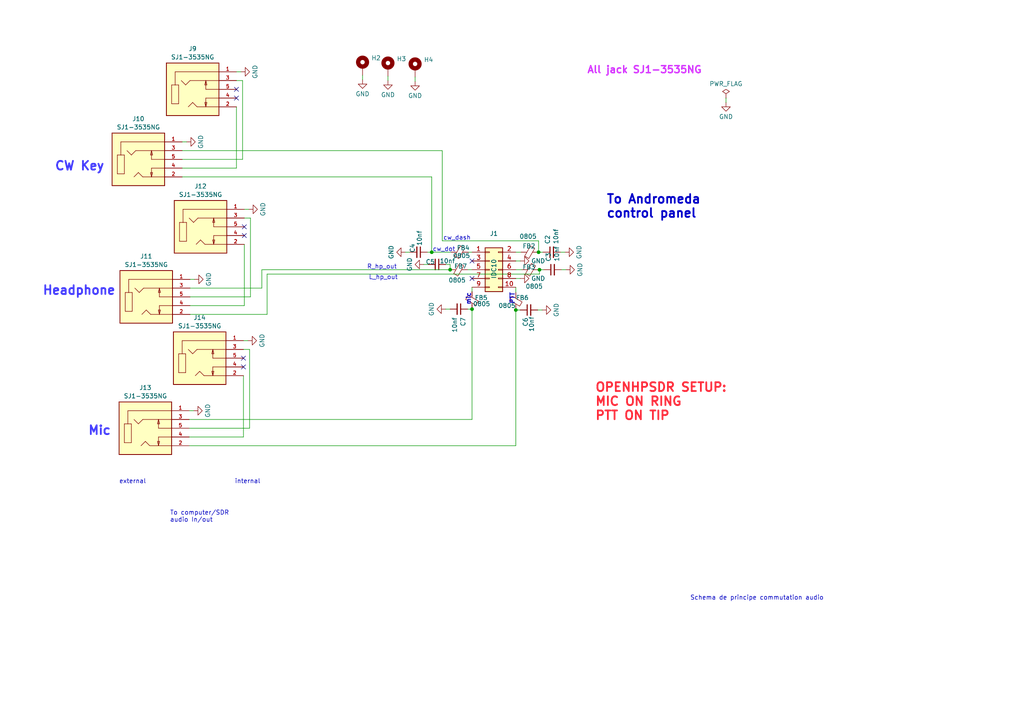
<source format=kicad_sch>
(kicad_sch (version 20230121) (generator eeschema)
  (paper "A4")
  (lib_symbols
    (symbol "Connector_Generic:Conn_02x05_Odd_Even" (pin_names (offset 1.016) hide)
      (property "Reference" "J" (at 1.27 7.62 0))
      (property "Value" "Conn_02x05_Odd_Even" (at 1.27 -7.62 0))
      (symbol "Conn_02x05_Odd_Even_1_1"
        (rectangle (start -1.27 -4.953) (end 0 -5.207) (stroke (width 0.1524)))
        (rectangle (start -1.27 -2.413) (end 0 -2.667) (stroke (width 0.1524)))
        (rectangle (start -1.27 0.127) (end 0 -0.127) (stroke (width 0.1524)))
        (rectangle (start -1.27 2.667) (end 0 2.413) (stroke (width 0.1524)))
        (rectangle (start -1.27 5.207) (end 0 4.953) (stroke (width 0.1524)))
        (rectangle (start -1.27 6.35) (end 3.81 -6.35) (stroke (width 0.254)) (fill (type background)))
        (rectangle (start 3.81 -4.953) (end 2.54 -5.207) (stroke (width 0.1524)))
        (rectangle (start 3.81 -2.413) (end 2.54 -2.667) (stroke (width 0.1524)))
        (rectangle (start 3.81 0.127) (end 2.54 -0.127) (stroke (width 0.1524)))
        (rectangle (start 3.81 2.667) (end 2.54 2.413) (stroke (width 0.1524)))
        (rectangle (start 3.81 5.207) (end 2.54 4.953) (stroke (width 0.1524)))
        (pin passive line (at -5.08 5.08 0) (length 3.81) (name "Pin_1") (number "1"))
        (pin passive line (at 7.62 -5.08 180) (length 3.81) (name "Pin_10") (number "10"))
        (pin passive line (at 7.62 5.08 180) (length 3.81) (name "Pin_2") (number "2"))
        (pin passive line (at -5.08 2.54 0) (length 3.81) (name "Pin_3") (number "3"))
        (pin passive line (at 7.62 2.54 180) (length 3.81) (name "Pin_4") (number "4"))
        (pin passive line (at -5.08 0 0) (length 3.81) (name "Pin_5") (number "5"))
        (pin passive line (at 7.62 0 180) (length 3.81) (name "Pin_6") (number "6"))
        (pin passive line (at -5.08 -2.54 0) (length 3.81) (name "Pin_7") (number "7"))
        (pin passive line (at 7.62 -2.54 180) (length 3.81) (name "Pin_8") (number "8"))
        (pin passive line (at -5.08 -5.08 0) (length 3.81) (name "Pin_9") (number "9"))
      )
    )
    (symbol "Device:C_Small" (pin_numbers hide) (pin_names (offset 0.254) hide)
      (property "Reference" "C" (at 0.254 1.778 0))
      (property "Value" "C_Small" (at 0.254 -2.032 0))
      (symbol "C_Small_0_1"
        (polyline (pts (xy -1.524 -0.508) (xy 1.524 -0.508)) (stroke (width 0.3302)))
        (polyline (pts (xy -1.524 0.508) (xy 1.524 0.508)) (stroke (width 0.3048)))
      )
      (symbol "C_Small_1_1"
        (pin passive line (at 0 2.54 270) (length 2.032) (name "~") (number "1"))
        (pin passive line (at 0 -2.54 90) (length 2.032) (name "~") (number "2"))
      )
    )
    (symbol "Device:FerriteBead_Small" (pin_numbers hide) (pin_names (offset 0))
      (property "Reference" "FB" (at 1.905 1.27 0))
      (property "Value" "FerriteBead_Small" (at 1.905 -1.27 0))
      (symbol "FerriteBead_Small_0_1"
        (polyline (pts (xy 0 -1.27) (xy 0 -0.7874)))
        (polyline (pts (xy 0 0.889) (xy 0 1.2954)))
        (polyline (pts (xy -1.8288 0.2794) (xy -1.1176 1.4986) (xy 1.8288 -0.2032) (xy 1.1176 -1.4224) (xy -1.8288 0.2794)))
      )
      (symbol "FerriteBead_Small_1_1"
        (pin passive line (at 0 2.54 270) (length 1.27) (name "~") (number "1"))
        (pin passive line (at 0 -2.54 90) (length 1.27) (name "~") (number "2"))
      )
    )
    (symbol "Mechanical:MountingHole_Pad" (pin_numbers hide) (pin_names (offset 1.016) hide)
      (property "Reference" "H" (at 0 6.35 0))
      (property "Value" "MountingHole_Pad" (at 0 4.445 0))
      (symbol "MountingHole_Pad_0_1"
        (circle (center 0 1.27) (radius 1.27) (stroke (width 1.27)))
      )
      (symbol "MountingHole_Pad_1_1"
        (pin input line (at 0 -2.54 90) (length 2.54) (name "1") (number "1"))
      )
    )
    (symbol "SJ1-3535NG:SJ1-3535NG" (pin_names (offset 1.016) hide)
      (property "Reference" "J" (at -7.62 8.128 0))
      (property "Value" "SJ1-3535NG" (at -7.62 -10.414 0))
      (symbol "SJ1-3535NG_0_0"
        (rectangle (start -7.62 -7.62) (end 7.62 7.62) (stroke (width 0.254)) (fill (type background)))
        (polyline (pts (xy -6.096 -4.191) (xy -6.096 1.27)) (stroke (width 0.1524)))
        (polyline (pts (xy -6.096 1.27) (xy -5.08 1.27)) (stroke (width 0.1524)))
        (polyline (pts (xy -5.08 1.27) (xy -4.064 1.27)) (stroke (width 0.1524)))
        (polyline (pts (xy -5.08 5.08) (xy -5.08 1.27)) (stroke (width 0.1524)))
        (polyline (pts (xy -4.064 -4.191) (xy -6.096 -4.191)) (stroke (width 0.1524)))
        (polyline (pts (xy -4.064 1.27) (xy -4.064 -4.191)) (stroke (width 0.1524)))
        (polyline (pts (xy -2.032 1.27) (xy -3.302 2.54)) (stroke (width 0.1524)))
        (polyline (pts (xy -0.762 2.54) (xy -2.032 1.27)) (stroke (width 0.1524)))
        (polyline (pts (xy 0 -3.81) (xy -1.27 -5.08)) (stroke (width 0.1524)))
        (polyline (pts (xy 1.27 -5.08) (xy 0 -3.81)) (stroke (width 0.1524)))
        (polyline (pts (xy 3.81 -5.08) (xy 1.27 -5.08)) (stroke (width 0.1524)))
        (polyline (pts (xy 3.81 -5.08) (xy 3.81 -2.54)) (stroke (width 0.1524)))
        (polyline (pts (xy 3.81 0) (xy 3.81 2.54)) (stroke (width 0.1524)))
        (polyline (pts (xy 3.81 2.54) (xy -0.762 2.54)) (stroke (width 0.1524)))
        (polyline (pts (xy 7.62 -5.08) (xy 3.81 -5.08)) (stroke (width 0.1524)))
        (polyline (pts (xy 7.62 -2.54) (xy 3.81 -2.54)) (stroke (width 0.1524)))
        (polyline (pts (xy 7.62 0) (xy 3.81 0)) (stroke (width 0.1524)))
        (polyline (pts (xy 7.62 2.54) (xy 3.81 2.54)) (stroke (width 0.1524)))
        (polyline (pts (xy 7.62 5.08) (xy -5.08 5.08)) (stroke (width 0.1524)))
        (polyline (pts (xy 3.81 -5.08) (xy 3.5052 -3.81) (xy 4.1402 -3.81) (xy 3.81 -5.08)) (stroke (width 0.1524)) (fill (type background)))
        (polyline (pts (xy 3.81 2.54) (xy 4.1402 1.27) (xy 3.5052 1.27) (xy 3.81 2.54)) (stroke (width 0.1524)) (fill (type background)))
        (pin passive line (at 12.7 5.08 180) (length 5.08) (name "~") (number "1"))
        (pin passive line (at 12.7 -5.08 180) (length 5.08) (name "~") (number "2"))
        (pin passive line (at 12.7 2.54 180) (length 5.08) (name "~") (number "3"))
        (pin passive line (at 12.7 -2.54 180) (length 5.08) (name "~") (number "4"))
        (pin passive line (at 12.7 0 180) (length 5.08) (name "~") (number "5"))
      )
    )
    (symbol "power:GND" (power) (pin_names (offset 0))
      (property "Value" "GND" (at 0 -3.81 0))
      (symbol "GND_0_1"
        (polyline (pts (xy 0 0) (xy 0 -1.27) (xy 1.27 -1.27) (xy 0 -2.54) (xy -1.27 -1.27) (xy 0 -1.27)))
      )
      (symbol "GND_1_1"
        (pin power_in line (at 0 0 270) (length 0) hide (name "GND") (number "1"))
      )
    )
    (symbol "power:PWR_FLAG" (power) (pin_numbers hide) (pin_names (offset 0) hide)
      (property "Value" "PWR_FLAG" (at 0 3.81 0))
      (symbol "PWR_FLAG_0_0"
        (pin power_out line (at 0 0 90) (length 0) (name "pwr") (number "1"))
      )
      (symbol "PWR_FLAG_0_1"
        (polyline (pts (xy 0 0) (xy 0 1.27) (xy -1.016 1.905) (xy 0 2.54) (xy 1.016 1.905) (xy 0 1.27)))
      )
    )
  )
  (junction (at 156.464 78.232))
  (junction (at 125.222 73.152))
  (junction (at 156.21 73.152))
  (junction (at 149.606 89.916))
  (junction (at 136.906 89.662))
  (junction (at 130.556 78.232))
  (no_connect (at 136.906 80.772))
  (no_connect (at 68.58 25.908))
  (no_connect (at 70.612 103.886))
  (no_connect (at 70.866 65.786))
  (no_connect (at 70.866 68.326))
  (no_connect (at 70.612 106.426))
  (no_connect (at 68.58 28.448))
  (no_connect (at 136.906 75.692))
  (wire (pts (xy 75.946 78.232) (xy 130.556 78.232)))
  (wire (pts (xy 54.864 121.666) (xy 136.906 121.666)))
  (wire (pts (xy 68.58 20.828) (xy 69.85 20.828)))
  (wire (pts (xy 72.39 101.346) (xy 70.612 101.346)))
  (wire (pts (xy 136.906 89.662) (xy 136.906 121.666)))
  (wire (pts (xy 162.814 78.232) (xy 164.084 78.232)))
  (wire (pts (xy 149.606 73.152) (xy 151.13 73.152)))
  (wire (pts (xy 54.864 124.206) (xy 72.39 124.206)))
  (wire (pts (xy 128.27 69.85) (xy 156.21 69.85)))
  (wire (pts (xy 124.206 76.708) (xy 122.936 76.708)))
  (wire (pts (xy 55.118 88.646) (xy 70.866 88.646)))
  (wire (pts (xy 156.21 73.152) (xy 157.48 73.152)))
  (wire (pts (xy 136.906 89.662) (xy 135.636 89.662)))
  (wire (pts (xy 55.118 83.566) (xy 75.946 83.566)))
  (wire (pts (xy 156.21 69.85) (xy 156.21 73.152)))
  (wire (pts (xy 52.832 51.308) (xy 125.222 51.308)))
  (wire (pts (xy 130.556 76.708) (xy 129.286 76.708)))
  (wire (pts (xy 156.464 78.232) (xy 157.734 78.232)))
  (wire (pts (xy 125.222 73.152) (xy 130.81 73.152)))
  (wire (pts (xy 70.358 46.228) (xy 70.358 23.368)))
  (wire (pts (xy 156.464 79.502) (xy 156.464 78.232)))
  (wire (pts (xy 52.832 46.228) (xy 70.358 46.228)))
  (wire (pts (xy 135.89 73.152) (xy 136.906 73.152)))
  (wire (pts (xy 70.612 126.746) (xy 70.612 108.966)))
  (wire (pts (xy 130.556 76.708) (xy 130.556 78.232)))
  (wire (pts (xy 149.606 89.916) (xy 149.606 129.286)))
  (wire (pts (xy 68.58 48.768) (xy 68.58 30.988)))
  (wire (pts (xy 105.156 21.844) (xy 105.156 23.114)))
  (wire (pts (xy 77.47 79.502) (xy 156.464 79.502)))
  (wire (pts (xy 52.832 41.148) (xy 54.102 41.148)))
  (wire (pts (xy 55.118 91.186) (xy 77.47 91.186)))
  (wire (pts (xy 75.946 83.566) (xy 75.946 78.232)))
  (wire (pts (xy 52.832 43.688) (xy 128.27 43.688)))
  (wire (pts (xy 210.566 28.448) (xy 210.566 29.718)))
  (wire (pts (xy 55.118 81.026) (xy 56.388 81.026)))
  (wire (pts (xy 72.644 86.106) (xy 72.644 63.246)))
  (wire (pts (xy 128.27 43.688) (xy 128.27 69.85)))
  (wire (pts (xy 125.222 51.308) (xy 125.222 73.152)))
  (wire (pts (xy 120.396 22.352) (xy 120.396 23.622)))
  (wire (pts (xy 149.606 78.232) (xy 151.384 78.232)))
  (wire (pts (xy 72.39 124.206) (xy 72.39 101.346)))
  (wire (pts (xy 130.556 89.662) (xy 129.286 89.662)))
  (wire (pts (xy 72.644 63.246) (xy 70.866 63.246)))
  (wire (pts (xy 112.522 22.098) (xy 112.522 23.368)))
  (wire (pts (xy 149.606 80.772) (xy 150.876 80.772)))
  (wire (pts (xy 149.606 89.916) (xy 150.876 89.916)))
  (wire (pts (xy 135.636 78.232) (xy 136.906 78.232)))
  (wire (pts (xy 149.606 83.312) (xy 149.606 84.836)))
  (wire (pts (xy 77.47 91.186) (xy 77.47 79.502)))
  (wire (pts (xy 70.612 98.806) (xy 71.882 98.806)))
  (wire (pts (xy 70.358 23.368) (xy 68.58 23.368)))
  (wire (pts (xy 149.606 75.692) (xy 150.876 75.692)))
  (wire (pts (xy 54.864 126.746) (xy 70.612 126.746)))
  (wire (pts (xy 54.864 119.126) (xy 56.134 119.126)))
  (wire (pts (xy 55.118 86.106) (xy 72.644 86.106)))
  (wire (pts (xy 54.864 129.286) (xy 149.606 129.286)))
  (wire (pts (xy 162.56 73.152) (xy 163.83 73.152)))
  (wire (pts (xy 155.956 89.916) (xy 157.226 89.916)))
  (wire (pts (xy 118.872 73.152) (xy 117.602 73.152)))
  (wire (pts (xy 70.866 60.706) (xy 72.136 60.706)))
  (wire (pts (xy 136.906 83.312) (xy 136.906 84.582)))
  (wire (pts (xy 125.222 73.152) (xy 123.952 73.152)))
  (wire (pts (xy 52.832 48.768) (xy 68.58 48.768)))
  (wire (pts (xy 70.866 88.646) (xy 70.866 70.866)))
  (text "Schema de principe commutation audio" (at 200.152 174.244 0) (effects (font (size 1.27 1.27)) (justify left bottom)))
  (text "internal\n" (at 68.072 140.462 0) (effects (font (size 1.27 1.27)) (justify left bottom)))
  (text "external\n" (at 34.544 140.462 0) (effects (font (size 1.27 1.27)) (justify left bottom)))
  (text "R_hp_out" (at 106.426 78.232 0) (effects (font (size 1.27 1.27)) (justify left bottom)))
  (text "Headphone\n" (at 12.192 85.852 0) (effects (font (size 2.54 2.54) (thickness 0.508) bold) (justify left bottom)))
  (text "cw_dot\n" (at 125.476 73.152 0) (effects (font (size 1.27 1.27)) (justify left bottom)))
  (text "All jack SJ1-3535NG" (at 170.18 21.59 0) (effects (font (size 2.032 2.032) (thickness 0.4064) bold) (justify left bottom)))
  (text "L_hp_out" (at 106.934 81.28 0) (effects (font (size 1.27 1.27)) (justify left bottom)))
  (text "OPENHPSDR SETUP:\nMIC ON RING\nPTT ON TIP" (at 172.466 122.174 0) (effects (font (size 2.54 2.54) (thickness 0.508) bold) (justify left bottom)))
  (text "mic\n" (at 136.652 88.646 90) (effects (font (size 1.27 1.27) bold) (justify left bottom)))
  (text "PTT" (at 149.352 88.392 90) (effects (font (size 1.27 1.27) bold) (justify left bottom)))
  (text "To Andromeda \ncontrol panel\n" (at 175.768 63.5 0) (effects (font (size 2.54 2.54) (thickness 0.508) bold) (justify left bottom)))
  (text "To computer/SDR \naudio In/out" (at 49.276 151.638 0) (effects (font (size 1.27 1.27)) (justify left bottom)))
  (text "Mic\n" (at 25.4 126.492 0) (effects (font (size 2.54 2.54) (thickness 0.508) bold) (justify left bottom)))
  (text "CW Key" (at 15.748 49.784 0) (effects (font (size 2.54 2.54) (thickness 0.508) bold) (justify left bottom)))
  (text "cw_dash\n" (at 128.524 69.85 0) (effects (font (size 1.27 1.27)) (justify left bottom)))
  (symbol (lib_id "Device:FerriteBead_Small") (at 133.096 78.232 90) (unit 1)
    (property "Reference" "FB7" (at 133.604 77.216 90))
    (property "Value" "0805" (at 132.588 81.28 90))
    (property "Footprint" "Inductor_SMD:L_0805_2012Metric_Pad1.05x1.20mm_HandSolder" (effects hide))
  )
  (symbol (lib_id "SJ1-3535NG:SJ1-3535NG") (at 42.164 124.206 0) (unit 1)
    (property "Reference" "J13" (at 42.164 112.4417 0))
    (property "Value" "SJ1-3535NG" (at 42.164 114.8659 0))
    (property "Footprint" "SJ1-3535NG:SJ1-3535NG" (effects hide))
    (property "PARTREV" "1.02" (effects hide))
    (property "STANDARD" "Manufacturer recommendation" (effects hide))
    (property "MANUFACTURER" "CUI" (effects hide))
  )
  (symbol (lib_id "power:GND") (at 157.226 89.916 90) (unit 1)
    (property "Reference" "#PWR015" (effects hide))
    (property "Value" "GND" (at 161.3591 89.916 0))
  )
  (symbol (lib_id "Device:FerriteBead_Small") (at 149.606 87.376 0) (unit 1)
    (property "Reference" "FB6" (at 149.606 86.36 0) (effects (justify left)))
    (property "Value" "0805" (at 144.526 88.646 0) (effects (justify left)))
    (property "Footprint" "Inductor_SMD:L_0805_2012Metric_Pad1.05x1.20mm_HandSolder" (effects hide))
  )
  (symbol (lib_id "power:GND") (at 129.286 89.662 270) (unit 1)
    (property "Reference" "#PWR016" (effects hide))
    (property "Value" "GND" (at 125.1529 89.662 0))
  )
  (symbol (lib_id "power:GND") (at 56.134 119.126 90) (unit 1)
    (property "Reference" "#PWR04" (effects hide))
    (property "Value" "GND" (at 60.2671 119.126 0))
  )
  (symbol (lib_id "SJ1-3535NG:SJ1-3535NG") (at 58.166 65.786 0) (unit 1)
    (property "Reference" "J12" (at 58.166 54.0217 0))
    (property "Value" "SJ1-3535NG" (at 58.166 56.4459 0))
    (property "Footprint" "SJ1-3535NG:SJ1-3535NG" (effects hide))
    (property "PARTREV" "1.02" (effects hide))
    (property "STANDARD" "Manufacturer recommendation" (effects hide))
    (property "MANUFACTURER" "CUI" (effects hide))
  )
  (symbol (lib_id "Device:C_Small") (at 126.746 76.708 270) (unit 1)
    (property "Reference" "C5" (at 123.444 75.946 90) (effects (justify left)))
    (property "Value" "10nf" (at 127.508 75.692 90) (effects (justify left)))
    (property "Footprint" "Capacitor_SMD:C_0805_2012Metric_Pad1.18x1.45mm_HandSolder" (effects hide))
  )
  (symbol (lib_id "power:GND") (at 112.522 23.368 0) (unit 1)
    (property "Reference" "#PWR018" (effects hide))
    (property "Value" "GND" (at 112.522 27.5011 0))
  )
  (symbol (lib_id "power:GND") (at 210.566 29.718 0) (unit 1)
    (property "Reference" "#PWR01" (effects hide))
    (property "Value" "GND" (at 210.566 33.8511 0))
  )
  (symbol (lib_id "Device:FerriteBead_Small") (at 153.924 78.232 90) (unit 1)
    (property "Reference" "FB3" (at 153.416 77.47 90))
    (property "Value" "0805" (at 154.94 83.058 90))
    (property "Footprint" "Inductor_SMD:L_0805_2012Metric_Pad1.05x1.20mm_HandSolder" (effects hide))
  )
  (symbol (lib_id "SJ1-3535NG:SJ1-3535NG") (at 42.418 86.106 0) (unit 1)
    (property "Reference" "J11" (at 42.418 74.3417 0))
    (property "Value" "SJ1-3535NG" (at 42.418 76.7659 0))
    (property "Footprint" "SJ1-3535NG:SJ1-3535NG" (effects hide))
    (property "PARTREV" "1.02" (effects hide))
    (property "STANDARD" "Manufacturer recommendation" (effects hide))
    (property "MANUFACTURER" "CUI" (effects hide))
  )
  (symbol (lib_id "SJ1-3535NG:SJ1-3535NG") (at 57.912 103.886 0) (unit 1)
    (property "Reference" "J14" (at 57.912 92.1217 0))
    (property "Value" "SJ1-3535NG" (at 57.912 94.5459 0))
    (property "Footprint" "SJ1-3535NG:SJ1-3535NG" (effects hide))
    (property "PARTREV" "1.02" (effects hide))
    (property "STANDARD" "Manufacturer recommendation" (effects hide))
    (property "MANUFACTURER" "CUI" (effects hide))
  )
  (symbol (lib_id "Device:C_Small") (at 160.274 78.232 90) (unit 1)
    (property "Reference" "C3" (at 159.0682 75.9079 0) (effects (justify left)))
    (property "Value" "10nf" (at 161.4924 75.9079 0) (effects (justify left)))
    (property "Footprint" "Capacitor_SMD:C_0805_2012Metric_Pad1.18x1.45mm_HandSolder" (effects hide))
  )
  (symbol (lib_id "power:GND") (at 105.156 23.114 0) (unit 1)
    (property "Reference" "#PWR017" (effects hide))
    (property "Value" "GND" (at 105.156 27.2471 0))
  )
  (symbol (lib_id "Device:FerriteBead_Small") (at 136.906 87.122 0) (unit 1)
    (property "Reference" "FB5" (at 137.668 86.36 0) (effects (justify left)))
    (property "Value" "0805" (at 137.16 88.138 0) (effects (justify left)))
    (property "Footprint" "Inductor_SMD:L_0805_2012Metric_Pad1.05x1.20mm_HandSolder" (effects hide))
  )
  (symbol (lib_id "Mechanical:MountingHole_Pad") (at 105.156 19.304 0) (unit 1)
    (property "Reference" "H2" (at 107.696 16.8219 0) (effects (justify left)))
    (property "Value" "MountingHole_Pad" (effects hide))
    (property "Footprint" "MountingHole:MountingHole_3.5mm_Pad_Via" (effects hide))
  )
  (symbol (lib_id "Device:FerriteBead_Small") (at 153.67 73.152 90) (unit 1)
    (property "Reference" "FB2" (at 153.416 71.374 90))
    (property "Value" "0805" (at 153.162 68.58 90))
    (property "Footprint" "Inductor_SMD:L_0805_2012Metric_Pad1.05x1.20mm_HandSolder" (effects hide))
  )
  (symbol (lib_id "power:GND") (at 69.85 20.828 90) (unit 1)
    (property "Reference" "#PWR09" (effects hide))
    (property "Value" "GND" (at 73.9831 20.828 0))
  )
  (symbol (lib_id "Device:FerriteBead_Small") (at 133.35 73.152 90) (unit 1)
    (property "Reference" "FB4" (at 134.366 71.882 90))
    (property "Value" "0805" (at 133.858 74.168 90))
    (property "Footprint" "Inductor_SMD:L_0805_2012Metric_Pad1.05x1.20mm_HandSolder" (effects hide))
  )
  (symbol (lib_id "power:GND") (at 163.83 73.152 90) (unit 1)
    (property "Reference" "#PWR011" (effects hide))
    (property "Value" "GND" (at 167.9631 73.152 0))
  )
  (symbol (lib_id "Connector_Generic:Conn_02x05_Odd_Even") (at 141.986 78.232 0) (unit 1)
    (property "Reference" "J1" (at 143.256 67.7377 0))
    (property "Value" "IDC10" (at 143.256 77.978 90))
    (property "Footprint" "Connector_IDC:IDC-Header_2x05_P2.54mm_Vertical" (effects hide))
  )
  (symbol (lib_id "Mechanical:MountingHole_Pad") (at 120.396 19.812 0) (unit 1)
    (property "Reference" "H4" (at 122.936 17.3299 0) (effects (justify left)))
    (property "Value" "MountingHole_Pad" (effects hide))
    (property "Footprint" "MountingHole:MountingHole_3.5mm_Pad_Via" (effects hide))
  )
  (symbol (lib_id "Mechanical:MountingHole_Pad") (at 112.522 19.558 0) (unit 1)
    (property "Reference" "H3" (at 115.062 17.0759 0) (effects (justify left)))
    (property "Value" "MountingHole_Pad" (effects hide))
    (property "Footprint" "MountingHole:MountingHole_3.5mm_Pad_Via" (effects hide))
  )
  (symbol (lib_id "power:GND") (at 120.396 23.622 0) (unit 1)
    (property "Reference" "#PWR019" (effects hide))
    (property "Value" "GND" (at 120.396 27.7551 0))
  )
  (symbol (lib_id "SJ1-3535NG:SJ1-3535NG") (at 55.88 25.908 0) (unit 1)
    (property "Reference" "J9" (at 55.88 14.1437 0))
    (property "Value" "SJ1-3535NG" (at 55.88 16.5679 0))
    (property "Footprint" "SJ1-3535NG:SJ1-3535NG" (effects hide))
    (property "PARTREV" "1.02" (effects hide))
    (property "STANDARD" "Manufacturer recommendation" (effects hide))
    (property "MANUFACTURER" "CUI" (effects hide))
  )
  (symbol (lib_id "power:GND") (at 122.936 76.708 270) (unit 1)
    (property "Reference" "#PWR014" (effects hide))
    (property "Value" "GND" (at 118.8029 76.708 0))
  )
  (symbol (lib_id "power:GND") (at 54.102 41.148 90) (unit 1)
    (property "Reference" "#PWR08" (effects hide))
    (property "Value" "GND" (at 58.2351 41.148 0))
  )
  (symbol (lib_id "Device:C_Small") (at 121.412 73.152 270) (unit 1)
    (property "Reference" "C4" (at 119.634 70.612 0) (effects (justify left)))
    (property "Value" "10nf" (at 121.666 66.802 0) (effects (justify left)))
    (property "Footprint" "Capacitor_SMD:C_0805_2012Metric_Pad1.18x1.45mm_HandSolder" (effects hide))
  )
  (symbol (lib_id "Device:C_Small") (at 153.416 89.916 90) (unit 1)
    (property "Reference" "C6" (at 152.4 94.742 0) (effects (justify left)))
    (property "Value" "10nf" (at 154.178 96.266 0) (effects (justify left)))
    (property "Footprint" "Capacitor_SMD:C_0805_2012Metric_Pad1.18x1.45mm_HandSolder" (effects hide))
  )
  (symbol (lib_id "Device:C_Small") (at 160.02 73.152 90) (unit 1)
    (property "Reference" "C2" (at 158.8142 70.8279 0) (effects (justify left)))
    (property "Value" "10nf" (at 161.2384 70.8279 0) (effects (justify left)))
    (property "Footprint" "Capacitor_SMD:C_0805_2012Metric_Pad1.18x1.45mm_HandSolder" (effects hide))
  )
  (symbol (lib_id "power:GND") (at 164.084 78.232 90) (unit 1)
    (property "Reference" "#PWR012" (effects hide))
    (property "Value" "GND" (at 168.2171 78.232 0))
  )
  (symbol (lib_id "power:GND") (at 72.136 60.706 90) (unit 1)
    (property "Reference" "#PWR07" (effects hide))
    (property "Value" "GND" (at 76.2691 60.706 0))
  )
  (symbol (lib_id "power:GND") (at 56.388 81.026 90) (unit 1)
    (property "Reference" "#PWR06" (effects hide))
    (property "Value" "GND" (at 60.5211 81.026 0))
  )
  (symbol (lib_id "power:PWR_FLAG") (at 210.566 28.448 0) (unit 1)
    (property "Reference" "#FLG01" (effects hide))
    (property "Value" "PWR_FLAG" (at 210.566 24.3149 0))
  )
  (symbol (lib_id "power:GND") (at 150.876 75.692 90) (unit 1)
    (property "Reference" "#PWR02" (effects hide))
    (property "Value" "GND" (at 154.051 75.692 90) (effects (justify right)))
  )
  (symbol (lib_id "power:GND") (at 150.876 80.772 90) (unit 1)
    (property "Reference" "#PWR03" (effects hide))
    (property "Value" "GND" (at 154.051 80.772 90) (effects (justify right)))
  )
  (symbol (lib_id "power:GND") (at 117.602 73.152 270) (unit 1)
    (property "Reference" "#PWR013" (effects hide))
    (property "Value" "GND" (at 113.4689 73.152 0))
  )
  (symbol (lib_id "SJ1-3535NG:SJ1-3535NG") (at 40.132 46.228 0) (unit 1)
    (property "Reference" "J10" (at 40.132 34.4637 0))
    (property "Value" "SJ1-3535NG" (at 40.132 36.8879 0))
    (property "Footprint" "SJ1-3535NG:SJ1-3535NG" (effects hide))
    (property "PARTREV" "1.02" (effects hide))
    (property "STANDARD" "Manufacturer recommendation" (effects hide))
    (property "MANUFACTURER" "CUI" (effects hide))
  )
  (symbol (lib_id "Device:C_Small") (at 133.096 89.662 270) (unit 1)
    (property "Reference" "C7" (at 134.3018 91.9861 0) (effects (justify left)))
    (property "Value" "10nf" (at 131.8776 91.9861 0) (effects (justify left)))
    (property "Footprint" "Capacitor_SMD:C_0805_2012Metric_Pad1.18x1.45mm_HandSolder" (effects hide))
  )
  (symbol (lib_id "power:GND") (at 71.882 98.806 90) (unit 1)
    (property "Reference" "#PWR05" (effects hide))
    (property "Value" "GND" (at 76.0151 98.806 0))
  )
)
</source>
